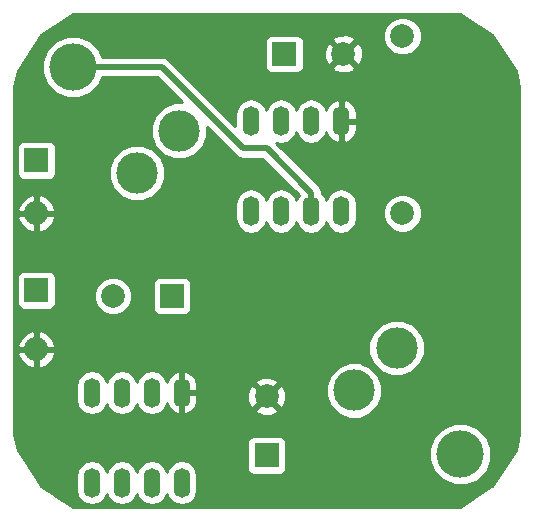
<source format=gbr>
G04 #@! TF.FileFunction,Copper,L2,Bot,Signal*
%FSLAX46Y46*%
G04 Gerber Fmt 4.6, Leading zero omitted, Abs format (unit mm)*
G04 Created by KiCad (PCBNEW (2014-11-17 BZR 5289)-product) date Wed 28 Oct 2015 01:57:00 PM EDT*
%MOMM*%
G01*
G04 APERTURE LIST*
%ADD10C,0.100000*%
%ADD11R,2.032000X2.032000*%
%ADD12O,2.032000X2.032000*%
%ADD13O,1.400000X2.500000*%
%ADD14R,2.000000X2.000000*%
%ADD15C,2.000000*%
%ADD16C,1.998980*%
%ADD17C,3.500000*%
%ADD18C,4.000000*%
%ADD19C,0.500000*%
%ADD20C,0.254000*%
G04 APERTURE END LIST*
D10*
D11*
X193000000Y-91500000D03*
D12*
X193000000Y-96000000D03*
D11*
X193000000Y-102500000D03*
D12*
X193000000Y-107500000D03*
D13*
X205310000Y-111190000D03*
X202770000Y-111190000D03*
X200230000Y-111190000D03*
X197690000Y-111190000D03*
X197690000Y-118810000D03*
X200230000Y-118810000D03*
X202770000Y-118810000D03*
X205310000Y-118810000D03*
X218810000Y-88190000D03*
X216270000Y-88190000D03*
X213730000Y-88190000D03*
X211190000Y-88190000D03*
X211190000Y-95810000D03*
X213730000Y-95810000D03*
X216270000Y-95810000D03*
X218810000Y-95810000D03*
D14*
X214000000Y-82500000D03*
D15*
X219000000Y-82500000D03*
D14*
X212500000Y-116500000D03*
D15*
X212500000Y-111500000D03*
D14*
X204500000Y-103000000D03*
D15*
X199500000Y-103000000D03*
D16*
X224000000Y-96000000D03*
X224000000Y-81000000D03*
D17*
X223500000Y-107407898D03*
X219907898Y-111000000D03*
D18*
X228888154Y-116388154D03*
D17*
X201500000Y-92592102D03*
X205092102Y-89000000D03*
D18*
X196111846Y-83611846D03*
D19*
X216270000Y-94270000D02*
X212500000Y-90500000D01*
X212500000Y-90500000D02*
X210500000Y-90500000D01*
X210500000Y-90500000D02*
X203611846Y-83611846D01*
X203611846Y-83611846D02*
X196111846Y-83611846D01*
X216270000Y-95810000D02*
X216270000Y-94270000D01*
D20*
G36*
X233873000Y-114654615D02*
X233593539Y-116059559D01*
X231577209Y-119077211D01*
X231523611Y-119113024D01*
X231523611Y-115866320D01*
X231123301Y-114897496D01*
X230382711Y-114155612D01*
X229414587Y-113753612D01*
X228366320Y-113752697D01*
X227397496Y-114153007D01*
X226655612Y-114893597D01*
X226253612Y-115861721D01*
X226252697Y-116909988D01*
X226653007Y-117878812D01*
X227393597Y-118620696D01*
X228361721Y-119022696D01*
X229409988Y-119023611D01*
X230378812Y-118623301D01*
X231120696Y-117882711D01*
X231522696Y-116914587D01*
X231523611Y-115866320D01*
X231523611Y-119113024D01*
X228889619Y-120873000D01*
X225885413Y-120873000D01*
X225885413Y-106935573D01*
X225634774Y-106328979D01*
X225634774Y-95676306D01*
X225634774Y-80676306D01*
X225386462Y-80075345D01*
X224927073Y-79615154D01*
X224326547Y-79365794D01*
X223676306Y-79365226D01*
X223075345Y-79613538D01*
X222615154Y-80072927D01*
X222365794Y-80673453D01*
X222365226Y-81323694D01*
X222613538Y-81924655D01*
X223072927Y-82384846D01*
X223673453Y-82634206D01*
X224323694Y-82634774D01*
X224924655Y-82386462D01*
X225384846Y-81927073D01*
X225634206Y-81326547D01*
X225634774Y-80676306D01*
X225634774Y-95676306D01*
X225386462Y-95075345D01*
X224927073Y-94615154D01*
X224326547Y-94365794D01*
X223676306Y-94365226D01*
X223075345Y-94613538D01*
X222615154Y-95072927D01*
X222365794Y-95673453D01*
X222365226Y-96323694D01*
X222613538Y-96924655D01*
X223072927Y-97384846D01*
X223673453Y-97634206D01*
X224323694Y-97634774D01*
X224924655Y-97386462D01*
X225384846Y-96927073D01*
X225634206Y-96326547D01*
X225634774Y-95676306D01*
X225634774Y-106328979D01*
X225523084Y-106058669D01*
X224852758Y-105387172D01*
X223976487Y-105023313D01*
X223027675Y-105022485D01*
X222150771Y-105384814D01*
X221479274Y-106055140D01*
X221115415Y-106931411D01*
X221114587Y-107880223D01*
X221476916Y-108757127D01*
X222147242Y-109428624D01*
X223023513Y-109792483D01*
X223972325Y-109793311D01*
X224849229Y-109430982D01*
X225520726Y-108760656D01*
X225884585Y-107884385D01*
X225885413Y-106935573D01*
X225885413Y-120873000D01*
X222293311Y-120873000D01*
X222293311Y-110527675D01*
X221930982Y-109650771D01*
X221260656Y-108979274D01*
X220645908Y-108724008D01*
X220645908Y-82764539D01*
X220621856Y-82114540D01*
X220419387Y-81625736D01*
X220152532Y-81527073D01*
X219972927Y-81706678D01*
X219972927Y-81347468D01*
X219874264Y-81080613D01*
X219264539Y-80854092D01*
X218614540Y-80878144D01*
X218125736Y-81080613D01*
X218027073Y-81347468D01*
X219000000Y-82320395D01*
X219972927Y-81347468D01*
X219972927Y-81706678D01*
X219179605Y-82500000D01*
X220152532Y-83472927D01*
X220419387Y-83374264D01*
X220645908Y-82764539D01*
X220645908Y-108724008D01*
X220384385Y-108615415D01*
X220145000Y-108615206D01*
X220145000Y-96396929D01*
X220145000Y-95223071D01*
X220145000Y-88867000D01*
X220145000Y-88317000D01*
X220145000Y-88063000D01*
X220145000Y-87513000D01*
X219994778Y-87011785D01*
X219972927Y-86984977D01*
X219972927Y-83652532D01*
X219000000Y-82679605D01*
X218820395Y-82859210D01*
X218820395Y-82500000D01*
X217847468Y-81527073D01*
X217580613Y-81625736D01*
X217354092Y-82235461D01*
X217378144Y-82885460D01*
X217580613Y-83374264D01*
X217847468Y-83472927D01*
X218820395Y-82500000D01*
X218820395Y-82859210D01*
X218027073Y-83652532D01*
X218125736Y-83919387D01*
X218735461Y-84145908D01*
X219385460Y-84121856D01*
X219874264Y-83919387D01*
X219972927Y-83652532D01*
X219972927Y-86984977D01*
X219664185Y-86606210D01*
X219203550Y-86358020D01*
X219143329Y-86347284D01*
X218937000Y-86470626D01*
X218937000Y-88063000D01*
X220145000Y-88063000D01*
X220145000Y-88317000D01*
X218937000Y-88317000D01*
X218937000Y-89909374D01*
X219143329Y-90032716D01*
X219203550Y-90021980D01*
X219664185Y-89773790D01*
X219994778Y-89368215D01*
X220145000Y-88867000D01*
X220145000Y-95223071D01*
X220043379Y-94712189D01*
X219753988Y-94279083D01*
X219320882Y-93989692D01*
X218810000Y-93888071D01*
X218299118Y-93989692D01*
X217866012Y-94279083D01*
X217576621Y-94712189D01*
X217540000Y-94896294D01*
X217503379Y-94712189D01*
X217213988Y-94279083D01*
X217148042Y-94235020D01*
X217087633Y-93931325D01*
X216895790Y-93644210D01*
X216895786Y-93644207D01*
X213272507Y-90020927D01*
X213730000Y-90111929D01*
X214240882Y-90010308D01*
X214673988Y-89720917D01*
X214963379Y-89287811D01*
X215000000Y-89103705D01*
X215036621Y-89287811D01*
X215326012Y-89720917D01*
X215759118Y-90010308D01*
X216270000Y-90111929D01*
X216780882Y-90010308D01*
X217213988Y-89720917D01*
X217503379Y-89287811D01*
X217542371Y-89091783D01*
X217625222Y-89368215D01*
X217955815Y-89773790D01*
X218416450Y-90021980D01*
X218476671Y-90032716D01*
X218683000Y-89909374D01*
X218683000Y-88317000D01*
X218663000Y-88317000D01*
X218663000Y-88063000D01*
X218683000Y-88063000D01*
X218683000Y-86470626D01*
X218476671Y-86347284D01*
X218416450Y-86358020D01*
X217955815Y-86606210D01*
X217625222Y-87011785D01*
X217542371Y-87288216D01*
X217503379Y-87092189D01*
X217213988Y-86659083D01*
X216780882Y-86369692D01*
X216270000Y-86268071D01*
X215759118Y-86369692D01*
X215635000Y-86452624D01*
X215635000Y-83626310D01*
X215635000Y-83373691D01*
X215635000Y-81373691D01*
X215538327Y-81140302D01*
X215359699Y-80961673D01*
X215126310Y-80865000D01*
X214873691Y-80865000D01*
X212873691Y-80865000D01*
X212640302Y-80961673D01*
X212461673Y-81140301D01*
X212365000Y-81373690D01*
X212365000Y-81626309D01*
X212365000Y-83626309D01*
X212461673Y-83859698D01*
X212640301Y-84038327D01*
X212873690Y-84135000D01*
X213126309Y-84135000D01*
X215126309Y-84135000D01*
X215359698Y-84038327D01*
X215538327Y-83859699D01*
X215635000Y-83626310D01*
X215635000Y-86452624D01*
X215326012Y-86659083D01*
X215036621Y-87092189D01*
X215000000Y-87276294D01*
X214963379Y-87092189D01*
X214673988Y-86659083D01*
X214240882Y-86369692D01*
X213730000Y-86268071D01*
X213219118Y-86369692D01*
X212786012Y-86659083D01*
X212496621Y-87092189D01*
X212460000Y-87276294D01*
X212423379Y-87092189D01*
X212133988Y-86659083D01*
X211700882Y-86369692D01*
X211190000Y-86268071D01*
X210679118Y-86369692D01*
X210246012Y-86659083D01*
X209956621Y-87092189D01*
X209855000Y-87603071D01*
X209855000Y-88603420D01*
X204237636Y-82986056D01*
X203950521Y-82794213D01*
X203894330Y-82783035D01*
X203611846Y-82726845D01*
X203611840Y-82726846D01*
X198597245Y-82726846D01*
X198346993Y-82121188D01*
X197606403Y-81379304D01*
X196638279Y-80977304D01*
X195590012Y-80976389D01*
X194621188Y-81376699D01*
X193879304Y-82117289D01*
X193477304Y-83085413D01*
X193476389Y-84133680D01*
X193876699Y-85102504D01*
X194617289Y-85844388D01*
X195585413Y-86246388D01*
X196633680Y-86247303D01*
X197602504Y-85846993D01*
X198344388Y-85106403D01*
X198597498Y-84496846D01*
X203245266Y-84496846D01*
X205363656Y-86615236D01*
X204619777Y-86614587D01*
X203742873Y-86976916D01*
X203071376Y-87647242D01*
X202707517Y-88523513D01*
X202706689Y-89472325D01*
X203069018Y-90349229D01*
X203739344Y-91020726D01*
X204615615Y-91384585D01*
X205564427Y-91385413D01*
X206441331Y-91023084D01*
X207112828Y-90352758D01*
X207476687Y-89476487D01*
X207477339Y-88728918D01*
X209874207Y-91125786D01*
X209874210Y-91125790D01*
X209874211Y-91125790D01*
X210161325Y-91317633D01*
X210161326Y-91317633D01*
X210217515Y-91328810D01*
X210500000Y-91385001D01*
X210500000Y-91385000D01*
X210500005Y-91385000D01*
X212133420Y-91385000D01*
X215206446Y-94458025D01*
X215036621Y-94712189D01*
X215000000Y-94896294D01*
X214963379Y-94712189D01*
X214673988Y-94279083D01*
X214240882Y-93989692D01*
X213730000Y-93888071D01*
X213219118Y-93989692D01*
X212786012Y-94279083D01*
X212496621Y-94712189D01*
X212460000Y-94896294D01*
X212423379Y-94712189D01*
X212133988Y-94279083D01*
X211700882Y-93989692D01*
X211190000Y-93888071D01*
X210679118Y-93989692D01*
X210246012Y-94279083D01*
X209956621Y-94712189D01*
X209855000Y-95223071D01*
X209855000Y-96396929D01*
X209956621Y-96907811D01*
X210246012Y-97340917D01*
X210679118Y-97630308D01*
X211190000Y-97731929D01*
X211700882Y-97630308D01*
X212133988Y-97340917D01*
X212423379Y-96907811D01*
X212460000Y-96723705D01*
X212496621Y-96907811D01*
X212786012Y-97340917D01*
X213219118Y-97630308D01*
X213730000Y-97731929D01*
X214240882Y-97630308D01*
X214673988Y-97340917D01*
X214963379Y-96907811D01*
X215000000Y-96723705D01*
X215036621Y-96907811D01*
X215326012Y-97340917D01*
X215759118Y-97630308D01*
X216270000Y-97731929D01*
X216780882Y-97630308D01*
X217213988Y-97340917D01*
X217503379Y-96907811D01*
X217540000Y-96723705D01*
X217576621Y-96907811D01*
X217866012Y-97340917D01*
X218299118Y-97630308D01*
X218810000Y-97731929D01*
X219320882Y-97630308D01*
X219753988Y-97340917D01*
X220043379Y-96907811D01*
X220145000Y-96396929D01*
X220145000Y-108615206D01*
X219435573Y-108614587D01*
X218558669Y-108976916D01*
X217887172Y-109647242D01*
X217523313Y-110523513D01*
X217522485Y-111472325D01*
X217884814Y-112349229D01*
X218555140Y-113020726D01*
X219431411Y-113384585D01*
X220380223Y-113385413D01*
X221257127Y-113023084D01*
X221928624Y-112352758D01*
X222292483Y-111476487D01*
X222293311Y-110527675D01*
X222293311Y-120873000D01*
X214145908Y-120873000D01*
X214145908Y-111764539D01*
X214121856Y-111114540D01*
X213919387Y-110625736D01*
X213652532Y-110527073D01*
X213472927Y-110706678D01*
X213472927Y-110347468D01*
X213374264Y-110080613D01*
X212764539Y-109854092D01*
X212114540Y-109878144D01*
X211625736Y-110080613D01*
X211527073Y-110347468D01*
X212500000Y-111320395D01*
X213472927Y-110347468D01*
X213472927Y-110706678D01*
X212679605Y-111500000D01*
X213652532Y-112472927D01*
X213919387Y-112374264D01*
X214145908Y-111764539D01*
X214145908Y-120873000D01*
X214135000Y-120873000D01*
X214135000Y-117626310D01*
X214135000Y-117373691D01*
X214135000Y-115373691D01*
X214038327Y-115140302D01*
X213859699Y-114961673D01*
X213626310Y-114865000D01*
X213472927Y-114865000D01*
X213472927Y-112652532D01*
X212500000Y-111679605D01*
X212320395Y-111859210D01*
X212320395Y-111500000D01*
X211347468Y-110527073D01*
X211080613Y-110625736D01*
X210854092Y-111235461D01*
X210878144Y-111885460D01*
X211080613Y-112374264D01*
X211347468Y-112472927D01*
X212320395Y-111500000D01*
X212320395Y-111859210D01*
X211527073Y-112652532D01*
X211625736Y-112919387D01*
X212235461Y-113145908D01*
X212885460Y-113121856D01*
X213374264Y-112919387D01*
X213472927Y-112652532D01*
X213472927Y-114865000D01*
X213373691Y-114865000D01*
X211373691Y-114865000D01*
X211140302Y-114961673D01*
X210961673Y-115140301D01*
X210865000Y-115373690D01*
X210865000Y-115626309D01*
X210865000Y-117626309D01*
X210961673Y-117859698D01*
X211140301Y-118038327D01*
X211373690Y-118135000D01*
X211626309Y-118135000D01*
X213626309Y-118135000D01*
X213859698Y-118038327D01*
X214038327Y-117859699D01*
X214135000Y-117626310D01*
X214135000Y-120873000D01*
X206645000Y-120873000D01*
X206645000Y-119396929D01*
X206645000Y-118223071D01*
X206645000Y-111867000D01*
X206645000Y-111317000D01*
X206645000Y-111063000D01*
X206645000Y-110513000D01*
X206494778Y-110011785D01*
X206164185Y-109606210D01*
X206135000Y-109590485D01*
X206135000Y-104126310D01*
X206135000Y-103873691D01*
X206135000Y-101873691D01*
X206038327Y-101640302D01*
X205859699Y-101461673D01*
X205626310Y-101365000D01*
X205373691Y-101365000D01*
X203885413Y-101365000D01*
X203885413Y-92119777D01*
X203523084Y-91242873D01*
X202852758Y-90571376D01*
X201976487Y-90207517D01*
X201027675Y-90206689D01*
X200150771Y-90569018D01*
X199479274Y-91239344D01*
X199115415Y-92115615D01*
X199114587Y-93064427D01*
X199476916Y-93941331D01*
X200147242Y-94612828D01*
X201023513Y-94976687D01*
X201972325Y-94977515D01*
X202849229Y-94615186D01*
X203520726Y-93944860D01*
X203884585Y-93068589D01*
X203885413Y-92119777D01*
X203885413Y-101365000D01*
X203373691Y-101365000D01*
X203140302Y-101461673D01*
X202961673Y-101640301D01*
X202865000Y-101873690D01*
X202865000Y-102126309D01*
X202865000Y-104126309D01*
X202961673Y-104359698D01*
X203140301Y-104538327D01*
X203373690Y-104635000D01*
X203626309Y-104635000D01*
X205626309Y-104635000D01*
X205859698Y-104538327D01*
X206038327Y-104359699D01*
X206135000Y-104126310D01*
X206135000Y-109590485D01*
X205703550Y-109358020D01*
X205643329Y-109347284D01*
X205437000Y-109470626D01*
X205437000Y-111063000D01*
X206645000Y-111063000D01*
X206645000Y-111317000D01*
X205437000Y-111317000D01*
X205437000Y-112909374D01*
X205643329Y-113032716D01*
X205703550Y-113021980D01*
X206164185Y-112773790D01*
X206494778Y-112368215D01*
X206645000Y-111867000D01*
X206645000Y-118223071D01*
X206543379Y-117712189D01*
X206253988Y-117279083D01*
X205820882Y-116989692D01*
X205310000Y-116888071D01*
X205183000Y-116913332D01*
X205183000Y-112909374D01*
X205183000Y-111317000D01*
X205163000Y-111317000D01*
X205163000Y-111063000D01*
X205183000Y-111063000D01*
X205183000Y-109470626D01*
X204976671Y-109347284D01*
X204916450Y-109358020D01*
X204455815Y-109606210D01*
X204125222Y-110011785D01*
X204042371Y-110288216D01*
X204003379Y-110092189D01*
X203713988Y-109659083D01*
X203280882Y-109369692D01*
X202770000Y-109268071D01*
X202259118Y-109369692D01*
X201826012Y-109659083D01*
X201536621Y-110092189D01*
X201500000Y-110276294D01*
X201463379Y-110092189D01*
X201173988Y-109659083D01*
X201135284Y-109633221D01*
X201135284Y-102676205D01*
X200886894Y-102075057D01*
X200427363Y-101614722D01*
X199826648Y-101365284D01*
X199176205Y-101364716D01*
X198575057Y-101613106D01*
X198114722Y-102072637D01*
X197865284Y-102673352D01*
X197864716Y-103323795D01*
X198113106Y-103924943D01*
X198572637Y-104385278D01*
X199173352Y-104634716D01*
X199823795Y-104635284D01*
X200424943Y-104386894D01*
X200885278Y-103927363D01*
X201134716Y-103326648D01*
X201135284Y-102676205D01*
X201135284Y-109633221D01*
X200740882Y-109369692D01*
X200230000Y-109268071D01*
X199719118Y-109369692D01*
X199286012Y-109659083D01*
X198996621Y-110092189D01*
X198960000Y-110276294D01*
X198923379Y-110092189D01*
X198633988Y-109659083D01*
X198200882Y-109369692D01*
X197690000Y-109268071D01*
X197179118Y-109369692D01*
X196746012Y-109659083D01*
X196456621Y-110092189D01*
X196355000Y-110603071D01*
X196355000Y-111776929D01*
X196456621Y-112287811D01*
X196746012Y-112720917D01*
X197179118Y-113010308D01*
X197690000Y-113111929D01*
X198200882Y-113010308D01*
X198633988Y-112720917D01*
X198923379Y-112287811D01*
X198960000Y-112103705D01*
X198996621Y-112287811D01*
X199286012Y-112720917D01*
X199719118Y-113010308D01*
X200230000Y-113111929D01*
X200740882Y-113010308D01*
X201173988Y-112720917D01*
X201463379Y-112287811D01*
X201500000Y-112103705D01*
X201536621Y-112287811D01*
X201826012Y-112720917D01*
X202259118Y-113010308D01*
X202770000Y-113111929D01*
X203280882Y-113010308D01*
X203713988Y-112720917D01*
X204003379Y-112287811D01*
X204042371Y-112091783D01*
X204125222Y-112368215D01*
X204455815Y-112773790D01*
X204916450Y-113021980D01*
X204976671Y-113032716D01*
X205183000Y-112909374D01*
X205183000Y-116913332D01*
X204799118Y-116989692D01*
X204366012Y-117279083D01*
X204076621Y-117712189D01*
X204040000Y-117896294D01*
X204003379Y-117712189D01*
X203713988Y-117279083D01*
X203280882Y-116989692D01*
X202770000Y-116888071D01*
X202259118Y-116989692D01*
X201826012Y-117279083D01*
X201536621Y-117712189D01*
X201500000Y-117896294D01*
X201463379Y-117712189D01*
X201173988Y-117279083D01*
X200740882Y-116989692D01*
X200230000Y-116888071D01*
X199719118Y-116989692D01*
X199286012Y-117279083D01*
X198996621Y-117712189D01*
X198960000Y-117896294D01*
X198923379Y-117712189D01*
X198633988Y-117279083D01*
X198200882Y-116989692D01*
X197690000Y-116888071D01*
X197179118Y-116989692D01*
X196746012Y-117279083D01*
X196456621Y-117712189D01*
X196355000Y-118223071D01*
X196355000Y-119396929D01*
X196456621Y-119907811D01*
X196746012Y-120340917D01*
X197179118Y-120630308D01*
X197690000Y-120731929D01*
X198200882Y-120630308D01*
X198633988Y-120340917D01*
X198923379Y-119907811D01*
X198960000Y-119723705D01*
X198996621Y-119907811D01*
X199286012Y-120340917D01*
X199719118Y-120630308D01*
X200230000Y-120731929D01*
X200740882Y-120630308D01*
X201173988Y-120340917D01*
X201463379Y-119907811D01*
X201500000Y-119723705D01*
X201536621Y-119907811D01*
X201826012Y-120340917D01*
X202259118Y-120630308D01*
X202770000Y-120731929D01*
X203280882Y-120630308D01*
X203713988Y-120340917D01*
X204003379Y-119907811D01*
X204040000Y-119723705D01*
X204076621Y-119907811D01*
X204366012Y-120340917D01*
X204799118Y-120630308D01*
X205310000Y-120731929D01*
X205820882Y-120630308D01*
X206253988Y-120340917D01*
X206543379Y-119907811D01*
X206645000Y-119396929D01*
X206645000Y-120873000D01*
X196110380Y-120873000D01*
X194651000Y-119897873D01*
X194651000Y-103642310D01*
X194651000Y-103389691D01*
X194651000Y-101357691D01*
X194651000Y-92642310D01*
X194651000Y-92389691D01*
X194651000Y-90357691D01*
X194554327Y-90124302D01*
X194375699Y-89945673D01*
X194142310Y-89849000D01*
X193889691Y-89849000D01*
X191857691Y-89849000D01*
X191624302Y-89945673D01*
X191445673Y-90124301D01*
X191349000Y-90357690D01*
X191349000Y-90610309D01*
X191349000Y-92642309D01*
X191445673Y-92875698D01*
X191624301Y-93054327D01*
X191857690Y-93151000D01*
X192110309Y-93151000D01*
X194142309Y-93151000D01*
X194375698Y-93054327D01*
X194554327Y-92875699D01*
X194651000Y-92642310D01*
X194651000Y-101357691D01*
X194605983Y-101249010D01*
X194605983Y-96382946D01*
X194605983Y-95617054D01*
X194337188Y-95031621D01*
X193864818Y-94593615D01*
X193382944Y-94394025D01*
X193127000Y-94513164D01*
X193127000Y-95873000D01*
X194487367Y-95873000D01*
X194605983Y-95617054D01*
X194605983Y-96382946D01*
X194487367Y-96127000D01*
X193127000Y-96127000D01*
X193127000Y-97486836D01*
X193382944Y-97605975D01*
X193864818Y-97406385D01*
X194337188Y-96968379D01*
X194605983Y-96382946D01*
X194605983Y-101249010D01*
X194554327Y-101124302D01*
X194375699Y-100945673D01*
X194142310Y-100849000D01*
X193889691Y-100849000D01*
X192873000Y-100849000D01*
X192873000Y-97486836D01*
X192873000Y-96127000D01*
X192873000Y-95873000D01*
X192873000Y-94513164D01*
X192617056Y-94394025D01*
X192135182Y-94593615D01*
X191662812Y-95031621D01*
X191394017Y-95617054D01*
X191512633Y-95873000D01*
X192873000Y-95873000D01*
X192873000Y-96127000D01*
X191512633Y-96127000D01*
X191394017Y-96382946D01*
X191662812Y-96968379D01*
X192135182Y-97406385D01*
X192617056Y-97605975D01*
X192873000Y-97486836D01*
X192873000Y-100849000D01*
X191857691Y-100849000D01*
X191624302Y-100945673D01*
X191445673Y-101124301D01*
X191349000Y-101357690D01*
X191349000Y-101610309D01*
X191349000Y-103642309D01*
X191445673Y-103875698D01*
X191624301Y-104054327D01*
X191857690Y-104151000D01*
X192110309Y-104151000D01*
X194142309Y-104151000D01*
X194375698Y-104054327D01*
X194554327Y-103875699D01*
X194651000Y-103642310D01*
X194651000Y-119897873D01*
X194605983Y-119867794D01*
X194605983Y-107882946D01*
X194605983Y-107117054D01*
X194337188Y-106531621D01*
X193864818Y-106093615D01*
X193382944Y-105894025D01*
X193127000Y-106013164D01*
X193127000Y-107373000D01*
X194487367Y-107373000D01*
X194605983Y-107117054D01*
X194605983Y-107882946D01*
X194487367Y-107627000D01*
X193127000Y-107627000D01*
X193127000Y-108986836D01*
X193382944Y-109105975D01*
X193864818Y-108906385D01*
X194337188Y-108468379D01*
X194605983Y-107882946D01*
X194605983Y-119867794D01*
X193422788Y-119077209D01*
X192873000Y-118254392D01*
X192873000Y-108986836D01*
X192873000Y-107627000D01*
X192873000Y-107373000D01*
X192873000Y-106013164D01*
X192617056Y-105894025D01*
X192135182Y-106093615D01*
X191662812Y-106531621D01*
X191394017Y-107117054D01*
X191512633Y-107373000D01*
X192873000Y-107373000D01*
X192873000Y-107627000D01*
X191512633Y-107627000D01*
X191394017Y-107882946D01*
X191662812Y-108468379D01*
X192135182Y-108906385D01*
X192617056Y-109105975D01*
X192873000Y-108986836D01*
X192873000Y-118254392D01*
X191406460Y-116059559D01*
X191127000Y-114654615D01*
X191127000Y-85345384D01*
X191406460Y-83940440D01*
X193422788Y-80922790D01*
X196110380Y-79127000D01*
X228889619Y-79127000D01*
X231577209Y-80922788D01*
X233593539Y-83940440D01*
X233873000Y-85345384D01*
X233873000Y-114654615D01*
X233873000Y-114654615D01*
G37*
X233873000Y-114654615D02*
X233593539Y-116059559D01*
X231577209Y-119077211D01*
X231523611Y-119113024D01*
X231523611Y-115866320D01*
X231123301Y-114897496D01*
X230382711Y-114155612D01*
X229414587Y-113753612D01*
X228366320Y-113752697D01*
X227397496Y-114153007D01*
X226655612Y-114893597D01*
X226253612Y-115861721D01*
X226252697Y-116909988D01*
X226653007Y-117878812D01*
X227393597Y-118620696D01*
X228361721Y-119022696D01*
X229409988Y-119023611D01*
X230378812Y-118623301D01*
X231120696Y-117882711D01*
X231522696Y-116914587D01*
X231523611Y-115866320D01*
X231523611Y-119113024D01*
X228889619Y-120873000D01*
X225885413Y-120873000D01*
X225885413Y-106935573D01*
X225634774Y-106328979D01*
X225634774Y-95676306D01*
X225634774Y-80676306D01*
X225386462Y-80075345D01*
X224927073Y-79615154D01*
X224326547Y-79365794D01*
X223676306Y-79365226D01*
X223075345Y-79613538D01*
X222615154Y-80072927D01*
X222365794Y-80673453D01*
X222365226Y-81323694D01*
X222613538Y-81924655D01*
X223072927Y-82384846D01*
X223673453Y-82634206D01*
X224323694Y-82634774D01*
X224924655Y-82386462D01*
X225384846Y-81927073D01*
X225634206Y-81326547D01*
X225634774Y-80676306D01*
X225634774Y-95676306D01*
X225386462Y-95075345D01*
X224927073Y-94615154D01*
X224326547Y-94365794D01*
X223676306Y-94365226D01*
X223075345Y-94613538D01*
X222615154Y-95072927D01*
X222365794Y-95673453D01*
X222365226Y-96323694D01*
X222613538Y-96924655D01*
X223072927Y-97384846D01*
X223673453Y-97634206D01*
X224323694Y-97634774D01*
X224924655Y-97386462D01*
X225384846Y-96927073D01*
X225634206Y-96326547D01*
X225634774Y-95676306D01*
X225634774Y-106328979D01*
X225523084Y-106058669D01*
X224852758Y-105387172D01*
X223976487Y-105023313D01*
X223027675Y-105022485D01*
X222150771Y-105384814D01*
X221479274Y-106055140D01*
X221115415Y-106931411D01*
X221114587Y-107880223D01*
X221476916Y-108757127D01*
X222147242Y-109428624D01*
X223023513Y-109792483D01*
X223972325Y-109793311D01*
X224849229Y-109430982D01*
X225520726Y-108760656D01*
X225884585Y-107884385D01*
X225885413Y-106935573D01*
X225885413Y-120873000D01*
X222293311Y-120873000D01*
X222293311Y-110527675D01*
X221930982Y-109650771D01*
X221260656Y-108979274D01*
X220645908Y-108724008D01*
X220645908Y-82764539D01*
X220621856Y-82114540D01*
X220419387Y-81625736D01*
X220152532Y-81527073D01*
X219972927Y-81706678D01*
X219972927Y-81347468D01*
X219874264Y-81080613D01*
X219264539Y-80854092D01*
X218614540Y-80878144D01*
X218125736Y-81080613D01*
X218027073Y-81347468D01*
X219000000Y-82320395D01*
X219972927Y-81347468D01*
X219972927Y-81706678D01*
X219179605Y-82500000D01*
X220152532Y-83472927D01*
X220419387Y-83374264D01*
X220645908Y-82764539D01*
X220645908Y-108724008D01*
X220384385Y-108615415D01*
X220145000Y-108615206D01*
X220145000Y-96396929D01*
X220145000Y-95223071D01*
X220145000Y-88867000D01*
X220145000Y-88317000D01*
X220145000Y-88063000D01*
X220145000Y-87513000D01*
X219994778Y-87011785D01*
X219972927Y-86984977D01*
X219972927Y-83652532D01*
X219000000Y-82679605D01*
X218820395Y-82859210D01*
X218820395Y-82500000D01*
X217847468Y-81527073D01*
X217580613Y-81625736D01*
X217354092Y-82235461D01*
X217378144Y-82885460D01*
X217580613Y-83374264D01*
X217847468Y-83472927D01*
X218820395Y-82500000D01*
X218820395Y-82859210D01*
X218027073Y-83652532D01*
X218125736Y-83919387D01*
X218735461Y-84145908D01*
X219385460Y-84121856D01*
X219874264Y-83919387D01*
X219972927Y-83652532D01*
X219972927Y-86984977D01*
X219664185Y-86606210D01*
X219203550Y-86358020D01*
X219143329Y-86347284D01*
X218937000Y-86470626D01*
X218937000Y-88063000D01*
X220145000Y-88063000D01*
X220145000Y-88317000D01*
X218937000Y-88317000D01*
X218937000Y-89909374D01*
X219143329Y-90032716D01*
X219203550Y-90021980D01*
X219664185Y-89773790D01*
X219994778Y-89368215D01*
X220145000Y-88867000D01*
X220145000Y-95223071D01*
X220043379Y-94712189D01*
X219753988Y-94279083D01*
X219320882Y-93989692D01*
X218810000Y-93888071D01*
X218299118Y-93989692D01*
X217866012Y-94279083D01*
X217576621Y-94712189D01*
X217540000Y-94896294D01*
X217503379Y-94712189D01*
X217213988Y-94279083D01*
X217148042Y-94235020D01*
X217087633Y-93931325D01*
X216895790Y-93644210D01*
X216895786Y-93644207D01*
X213272507Y-90020927D01*
X213730000Y-90111929D01*
X214240882Y-90010308D01*
X214673988Y-89720917D01*
X214963379Y-89287811D01*
X215000000Y-89103705D01*
X215036621Y-89287811D01*
X215326012Y-89720917D01*
X215759118Y-90010308D01*
X216270000Y-90111929D01*
X216780882Y-90010308D01*
X217213988Y-89720917D01*
X217503379Y-89287811D01*
X217542371Y-89091783D01*
X217625222Y-89368215D01*
X217955815Y-89773790D01*
X218416450Y-90021980D01*
X218476671Y-90032716D01*
X218683000Y-89909374D01*
X218683000Y-88317000D01*
X218663000Y-88317000D01*
X218663000Y-88063000D01*
X218683000Y-88063000D01*
X218683000Y-86470626D01*
X218476671Y-86347284D01*
X218416450Y-86358020D01*
X217955815Y-86606210D01*
X217625222Y-87011785D01*
X217542371Y-87288216D01*
X217503379Y-87092189D01*
X217213988Y-86659083D01*
X216780882Y-86369692D01*
X216270000Y-86268071D01*
X215759118Y-86369692D01*
X215635000Y-86452624D01*
X215635000Y-83626310D01*
X215635000Y-83373691D01*
X215635000Y-81373691D01*
X215538327Y-81140302D01*
X215359699Y-80961673D01*
X215126310Y-80865000D01*
X214873691Y-80865000D01*
X212873691Y-80865000D01*
X212640302Y-80961673D01*
X212461673Y-81140301D01*
X212365000Y-81373690D01*
X212365000Y-81626309D01*
X212365000Y-83626309D01*
X212461673Y-83859698D01*
X212640301Y-84038327D01*
X212873690Y-84135000D01*
X213126309Y-84135000D01*
X215126309Y-84135000D01*
X215359698Y-84038327D01*
X215538327Y-83859699D01*
X215635000Y-83626310D01*
X215635000Y-86452624D01*
X215326012Y-86659083D01*
X215036621Y-87092189D01*
X215000000Y-87276294D01*
X214963379Y-87092189D01*
X214673988Y-86659083D01*
X214240882Y-86369692D01*
X213730000Y-86268071D01*
X213219118Y-86369692D01*
X212786012Y-86659083D01*
X212496621Y-87092189D01*
X212460000Y-87276294D01*
X212423379Y-87092189D01*
X212133988Y-86659083D01*
X211700882Y-86369692D01*
X211190000Y-86268071D01*
X210679118Y-86369692D01*
X210246012Y-86659083D01*
X209956621Y-87092189D01*
X209855000Y-87603071D01*
X209855000Y-88603420D01*
X204237636Y-82986056D01*
X203950521Y-82794213D01*
X203894330Y-82783035D01*
X203611846Y-82726845D01*
X203611840Y-82726846D01*
X198597245Y-82726846D01*
X198346993Y-82121188D01*
X197606403Y-81379304D01*
X196638279Y-80977304D01*
X195590012Y-80976389D01*
X194621188Y-81376699D01*
X193879304Y-82117289D01*
X193477304Y-83085413D01*
X193476389Y-84133680D01*
X193876699Y-85102504D01*
X194617289Y-85844388D01*
X195585413Y-86246388D01*
X196633680Y-86247303D01*
X197602504Y-85846993D01*
X198344388Y-85106403D01*
X198597498Y-84496846D01*
X203245266Y-84496846D01*
X205363656Y-86615236D01*
X204619777Y-86614587D01*
X203742873Y-86976916D01*
X203071376Y-87647242D01*
X202707517Y-88523513D01*
X202706689Y-89472325D01*
X203069018Y-90349229D01*
X203739344Y-91020726D01*
X204615615Y-91384585D01*
X205564427Y-91385413D01*
X206441331Y-91023084D01*
X207112828Y-90352758D01*
X207476687Y-89476487D01*
X207477339Y-88728918D01*
X209874207Y-91125786D01*
X209874210Y-91125790D01*
X209874211Y-91125790D01*
X210161325Y-91317633D01*
X210161326Y-91317633D01*
X210217515Y-91328810D01*
X210500000Y-91385001D01*
X210500000Y-91385000D01*
X210500005Y-91385000D01*
X212133420Y-91385000D01*
X215206446Y-94458025D01*
X215036621Y-94712189D01*
X215000000Y-94896294D01*
X214963379Y-94712189D01*
X214673988Y-94279083D01*
X214240882Y-93989692D01*
X213730000Y-93888071D01*
X213219118Y-93989692D01*
X212786012Y-94279083D01*
X212496621Y-94712189D01*
X212460000Y-94896294D01*
X212423379Y-94712189D01*
X212133988Y-94279083D01*
X211700882Y-93989692D01*
X211190000Y-93888071D01*
X210679118Y-93989692D01*
X210246012Y-94279083D01*
X209956621Y-94712189D01*
X209855000Y-95223071D01*
X209855000Y-96396929D01*
X209956621Y-96907811D01*
X210246012Y-97340917D01*
X210679118Y-97630308D01*
X211190000Y-97731929D01*
X211700882Y-97630308D01*
X212133988Y-97340917D01*
X212423379Y-96907811D01*
X212460000Y-96723705D01*
X212496621Y-96907811D01*
X212786012Y-97340917D01*
X213219118Y-97630308D01*
X213730000Y-97731929D01*
X214240882Y-97630308D01*
X214673988Y-97340917D01*
X214963379Y-96907811D01*
X215000000Y-96723705D01*
X215036621Y-96907811D01*
X215326012Y-97340917D01*
X215759118Y-97630308D01*
X216270000Y-97731929D01*
X216780882Y-97630308D01*
X217213988Y-97340917D01*
X217503379Y-96907811D01*
X217540000Y-96723705D01*
X217576621Y-96907811D01*
X217866012Y-97340917D01*
X218299118Y-97630308D01*
X218810000Y-97731929D01*
X219320882Y-97630308D01*
X219753988Y-97340917D01*
X220043379Y-96907811D01*
X220145000Y-96396929D01*
X220145000Y-108615206D01*
X219435573Y-108614587D01*
X218558669Y-108976916D01*
X217887172Y-109647242D01*
X217523313Y-110523513D01*
X217522485Y-111472325D01*
X217884814Y-112349229D01*
X218555140Y-113020726D01*
X219431411Y-113384585D01*
X220380223Y-113385413D01*
X221257127Y-113023084D01*
X221928624Y-112352758D01*
X222292483Y-111476487D01*
X222293311Y-110527675D01*
X222293311Y-120873000D01*
X214145908Y-120873000D01*
X214145908Y-111764539D01*
X214121856Y-111114540D01*
X213919387Y-110625736D01*
X213652532Y-110527073D01*
X213472927Y-110706678D01*
X213472927Y-110347468D01*
X213374264Y-110080613D01*
X212764539Y-109854092D01*
X212114540Y-109878144D01*
X211625736Y-110080613D01*
X211527073Y-110347468D01*
X212500000Y-111320395D01*
X213472927Y-110347468D01*
X213472927Y-110706678D01*
X212679605Y-111500000D01*
X213652532Y-112472927D01*
X213919387Y-112374264D01*
X214145908Y-111764539D01*
X214145908Y-120873000D01*
X214135000Y-120873000D01*
X214135000Y-117626310D01*
X214135000Y-117373691D01*
X214135000Y-115373691D01*
X214038327Y-115140302D01*
X213859699Y-114961673D01*
X213626310Y-114865000D01*
X213472927Y-114865000D01*
X213472927Y-112652532D01*
X212500000Y-111679605D01*
X212320395Y-111859210D01*
X212320395Y-111500000D01*
X211347468Y-110527073D01*
X211080613Y-110625736D01*
X210854092Y-111235461D01*
X210878144Y-111885460D01*
X211080613Y-112374264D01*
X211347468Y-112472927D01*
X212320395Y-111500000D01*
X212320395Y-111859210D01*
X211527073Y-112652532D01*
X211625736Y-112919387D01*
X212235461Y-113145908D01*
X212885460Y-113121856D01*
X213374264Y-112919387D01*
X213472927Y-112652532D01*
X213472927Y-114865000D01*
X213373691Y-114865000D01*
X211373691Y-114865000D01*
X211140302Y-114961673D01*
X210961673Y-115140301D01*
X210865000Y-115373690D01*
X210865000Y-115626309D01*
X210865000Y-117626309D01*
X210961673Y-117859698D01*
X211140301Y-118038327D01*
X211373690Y-118135000D01*
X211626309Y-118135000D01*
X213626309Y-118135000D01*
X213859698Y-118038327D01*
X214038327Y-117859699D01*
X214135000Y-117626310D01*
X214135000Y-120873000D01*
X206645000Y-120873000D01*
X206645000Y-119396929D01*
X206645000Y-118223071D01*
X206645000Y-111867000D01*
X206645000Y-111317000D01*
X206645000Y-111063000D01*
X206645000Y-110513000D01*
X206494778Y-110011785D01*
X206164185Y-109606210D01*
X206135000Y-109590485D01*
X206135000Y-104126310D01*
X206135000Y-103873691D01*
X206135000Y-101873691D01*
X206038327Y-101640302D01*
X205859699Y-101461673D01*
X205626310Y-101365000D01*
X205373691Y-101365000D01*
X203885413Y-101365000D01*
X203885413Y-92119777D01*
X203523084Y-91242873D01*
X202852758Y-90571376D01*
X201976487Y-90207517D01*
X201027675Y-90206689D01*
X200150771Y-90569018D01*
X199479274Y-91239344D01*
X199115415Y-92115615D01*
X199114587Y-93064427D01*
X199476916Y-93941331D01*
X200147242Y-94612828D01*
X201023513Y-94976687D01*
X201972325Y-94977515D01*
X202849229Y-94615186D01*
X203520726Y-93944860D01*
X203884585Y-93068589D01*
X203885413Y-92119777D01*
X203885413Y-101365000D01*
X203373691Y-101365000D01*
X203140302Y-101461673D01*
X202961673Y-101640301D01*
X202865000Y-101873690D01*
X202865000Y-102126309D01*
X202865000Y-104126309D01*
X202961673Y-104359698D01*
X203140301Y-104538327D01*
X203373690Y-104635000D01*
X203626309Y-104635000D01*
X205626309Y-104635000D01*
X205859698Y-104538327D01*
X206038327Y-104359699D01*
X206135000Y-104126310D01*
X206135000Y-109590485D01*
X205703550Y-109358020D01*
X205643329Y-109347284D01*
X205437000Y-109470626D01*
X205437000Y-111063000D01*
X206645000Y-111063000D01*
X206645000Y-111317000D01*
X205437000Y-111317000D01*
X205437000Y-112909374D01*
X205643329Y-113032716D01*
X205703550Y-113021980D01*
X206164185Y-112773790D01*
X206494778Y-112368215D01*
X206645000Y-111867000D01*
X206645000Y-118223071D01*
X206543379Y-117712189D01*
X206253988Y-117279083D01*
X205820882Y-116989692D01*
X205310000Y-116888071D01*
X205183000Y-116913332D01*
X205183000Y-112909374D01*
X205183000Y-111317000D01*
X205163000Y-111317000D01*
X205163000Y-111063000D01*
X205183000Y-111063000D01*
X205183000Y-109470626D01*
X204976671Y-109347284D01*
X204916450Y-109358020D01*
X204455815Y-109606210D01*
X204125222Y-110011785D01*
X204042371Y-110288216D01*
X204003379Y-110092189D01*
X203713988Y-109659083D01*
X203280882Y-109369692D01*
X202770000Y-109268071D01*
X202259118Y-109369692D01*
X201826012Y-109659083D01*
X201536621Y-110092189D01*
X201500000Y-110276294D01*
X201463379Y-110092189D01*
X201173988Y-109659083D01*
X201135284Y-109633221D01*
X201135284Y-102676205D01*
X200886894Y-102075057D01*
X200427363Y-101614722D01*
X199826648Y-101365284D01*
X199176205Y-101364716D01*
X198575057Y-101613106D01*
X198114722Y-102072637D01*
X197865284Y-102673352D01*
X197864716Y-103323795D01*
X198113106Y-103924943D01*
X198572637Y-104385278D01*
X199173352Y-104634716D01*
X199823795Y-104635284D01*
X200424943Y-104386894D01*
X200885278Y-103927363D01*
X201134716Y-103326648D01*
X201135284Y-102676205D01*
X201135284Y-109633221D01*
X200740882Y-109369692D01*
X200230000Y-109268071D01*
X199719118Y-109369692D01*
X199286012Y-109659083D01*
X198996621Y-110092189D01*
X198960000Y-110276294D01*
X198923379Y-110092189D01*
X198633988Y-109659083D01*
X198200882Y-109369692D01*
X197690000Y-109268071D01*
X197179118Y-109369692D01*
X196746012Y-109659083D01*
X196456621Y-110092189D01*
X196355000Y-110603071D01*
X196355000Y-111776929D01*
X196456621Y-112287811D01*
X196746012Y-112720917D01*
X197179118Y-113010308D01*
X197690000Y-113111929D01*
X198200882Y-113010308D01*
X198633988Y-112720917D01*
X198923379Y-112287811D01*
X198960000Y-112103705D01*
X198996621Y-112287811D01*
X199286012Y-112720917D01*
X199719118Y-113010308D01*
X200230000Y-113111929D01*
X200740882Y-113010308D01*
X201173988Y-112720917D01*
X201463379Y-112287811D01*
X201500000Y-112103705D01*
X201536621Y-112287811D01*
X201826012Y-112720917D01*
X202259118Y-113010308D01*
X202770000Y-113111929D01*
X203280882Y-113010308D01*
X203713988Y-112720917D01*
X204003379Y-112287811D01*
X204042371Y-112091783D01*
X204125222Y-112368215D01*
X204455815Y-112773790D01*
X204916450Y-113021980D01*
X204976671Y-113032716D01*
X205183000Y-112909374D01*
X205183000Y-116913332D01*
X204799118Y-116989692D01*
X204366012Y-117279083D01*
X204076621Y-117712189D01*
X204040000Y-117896294D01*
X204003379Y-117712189D01*
X203713988Y-117279083D01*
X203280882Y-116989692D01*
X202770000Y-116888071D01*
X202259118Y-116989692D01*
X201826012Y-117279083D01*
X201536621Y-117712189D01*
X201500000Y-117896294D01*
X201463379Y-117712189D01*
X201173988Y-117279083D01*
X200740882Y-116989692D01*
X200230000Y-116888071D01*
X199719118Y-116989692D01*
X199286012Y-117279083D01*
X198996621Y-117712189D01*
X198960000Y-117896294D01*
X198923379Y-117712189D01*
X198633988Y-117279083D01*
X198200882Y-116989692D01*
X197690000Y-116888071D01*
X197179118Y-116989692D01*
X196746012Y-117279083D01*
X196456621Y-117712189D01*
X196355000Y-118223071D01*
X196355000Y-119396929D01*
X196456621Y-119907811D01*
X196746012Y-120340917D01*
X197179118Y-120630308D01*
X197690000Y-120731929D01*
X198200882Y-120630308D01*
X198633988Y-120340917D01*
X198923379Y-119907811D01*
X198960000Y-119723705D01*
X198996621Y-119907811D01*
X199286012Y-120340917D01*
X199719118Y-120630308D01*
X200230000Y-120731929D01*
X200740882Y-120630308D01*
X201173988Y-120340917D01*
X201463379Y-119907811D01*
X201500000Y-119723705D01*
X201536621Y-119907811D01*
X201826012Y-120340917D01*
X202259118Y-120630308D01*
X202770000Y-120731929D01*
X203280882Y-120630308D01*
X203713988Y-120340917D01*
X204003379Y-119907811D01*
X204040000Y-119723705D01*
X204076621Y-119907811D01*
X204366012Y-120340917D01*
X204799118Y-120630308D01*
X205310000Y-120731929D01*
X205820882Y-120630308D01*
X206253988Y-120340917D01*
X206543379Y-119907811D01*
X206645000Y-119396929D01*
X206645000Y-120873000D01*
X196110380Y-120873000D01*
X194651000Y-119897873D01*
X194651000Y-103642310D01*
X194651000Y-103389691D01*
X194651000Y-101357691D01*
X194651000Y-92642310D01*
X194651000Y-92389691D01*
X194651000Y-90357691D01*
X194554327Y-90124302D01*
X194375699Y-89945673D01*
X194142310Y-89849000D01*
X193889691Y-89849000D01*
X191857691Y-89849000D01*
X191624302Y-89945673D01*
X191445673Y-90124301D01*
X191349000Y-90357690D01*
X191349000Y-90610309D01*
X191349000Y-92642309D01*
X191445673Y-92875698D01*
X191624301Y-93054327D01*
X191857690Y-93151000D01*
X192110309Y-93151000D01*
X194142309Y-93151000D01*
X194375698Y-93054327D01*
X194554327Y-92875699D01*
X194651000Y-92642310D01*
X194651000Y-101357691D01*
X194605983Y-101249010D01*
X194605983Y-96382946D01*
X194605983Y-95617054D01*
X194337188Y-95031621D01*
X193864818Y-94593615D01*
X193382944Y-94394025D01*
X193127000Y-94513164D01*
X193127000Y-95873000D01*
X194487367Y-95873000D01*
X194605983Y-95617054D01*
X194605983Y-96382946D01*
X194487367Y-96127000D01*
X193127000Y-96127000D01*
X193127000Y-97486836D01*
X193382944Y-97605975D01*
X193864818Y-97406385D01*
X194337188Y-96968379D01*
X194605983Y-96382946D01*
X194605983Y-101249010D01*
X194554327Y-101124302D01*
X194375699Y-100945673D01*
X194142310Y-100849000D01*
X193889691Y-100849000D01*
X192873000Y-100849000D01*
X192873000Y-97486836D01*
X192873000Y-96127000D01*
X192873000Y-95873000D01*
X192873000Y-94513164D01*
X192617056Y-94394025D01*
X192135182Y-94593615D01*
X191662812Y-95031621D01*
X191394017Y-95617054D01*
X191512633Y-95873000D01*
X192873000Y-95873000D01*
X192873000Y-96127000D01*
X191512633Y-96127000D01*
X191394017Y-96382946D01*
X191662812Y-96968379D01*
X192135182Y-97406385D01*
X192617056Y-97605975D01*
X192873000Y-97486836D01*
X192873000Y-100849000D01*
X191857691Y-100849000D01*
X191624302Y-100945673D01*
X191445673Y-101124301D01*
X191349000Y-101357690D01*
X191349000Y-101610309D01*
X191349000Y-103642309D01*
X191445673Y-103875698D01*
X191624301Y-104054327D01*
X191857690Y-104151000D01*
X192110309Y-104151000D01*
X194142309Y-104151000D01*
X194375698Y-104054327D01*
X194554327Y-103875699D01*
X194651000Y-103642310D01*
X194651000Y-119897873D01*
X194605983Y-119867794D01*
X194605983Y-107882946D01*
X194605983Y-107117054D01*
X194337188Y-106531621D01*
X193864818Y-106093615D01*
X193382944Y-105894025D01*
X193127000Y-106013164D01*
X193127000Y-107373000D01*
X194487367Y-107373000D01*
X194605983Y-107117054D01*
X194605983Y-107882946D01*
X194487367Y-107627000D01*
X193127000Y-107627000D01*
X193127000Y-108986836D01*
X193382944Y-109105975D01*
X193864818Y-108906385D01*
X194337188Y-108468379D01*
X194605983Y-107882946D01*
X194605983Y-119867794D01*
X193422788Y-119077209D01*
X192873000Y-118254392D01*
X192873000Y-108986836D01*
X192873000Y-107627000D01*
X192873000Y-107373000D01*
X192873000Y-106013164D01*
X192617056Y-105894025D01*
X192135182Y-106093615D01*
X191662812Y-106531621D01*
X191394017Y-107117054D01*
X191512633Y-107373000D01*
X192873000Y-107373000D01*
X192873000Y-107627000D01*
X191512633Y-107627000D01*
X191394017Y-107882946D01*
X191662812Y-108468379D01*
X192135182Y-108906385D01*
X192617056Y-109105975D01*
X192873000Y-108986836D01*
X192873000Y-118254392D01*
X191406460Y-116059559D01*
X191127000Y-114654615D01*
X191127000Y-85345384D01*
X191406460Y-83940440D01*
X193422788Y-80922790D01*
X196110380Y-79127000D01*
X228889619Y-79127000D01*
X231577209Y-80922788D01*
X233593539Y-83940440D01*
X233873000Y-85345384D01*
X233873000Y-114654615D01*
M02*

</source>
